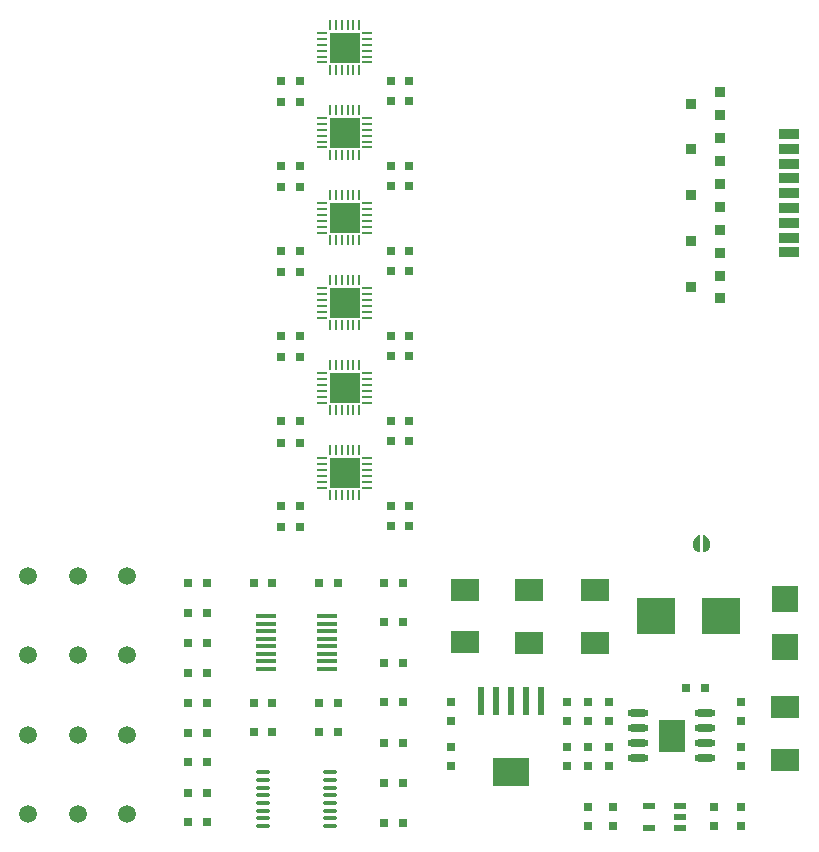
<source format=gbr>
G04*
G04 #@! TF.GenerationSoftware,Altium Limited,Altium Designer,24.1.2 (44)*
G04*
G04 Layer_Color=8421504*
%FSLAX44Y44*%
%MOMM*%
G71*
G04*
G04 #@! TF.SameCoordinates,547FC346-5DB1-4F5D-A62A-A18CB5EC7F78*
G04*
G04*
G04 #@! TF.FilePolarity,Positive*
G04*
G01*
G75*
%ADD21R,3.3000X3.1500*%
%ADD22C,1.5000*%
%ADD23R,0.7000X0.8000*%
%ADD24O,1.8000X0.6000*%
%ADD25R,2.3000X2.8000*%
%ADD26R,2.3622X1.8796*%
%ADD27R,2.3000X2.2860*%
%ADD28R,3.1725X2.3455*%
%ADD29R,0.6325X2.3455*%
%ADD30O,1.3000X0.3500*%
%ADD31R,1.8000X0.4000*%
%ADD32R,0.9500X0.9000*%
%ADD33R,0.8000X0.7000*%
%ADD34R,2.5000X2.5000*%
%ADD35R,0.2540X0.8048*%
%ADD36R,0.8048X0.2540*%
%ADD37R,1.0000X0.6000*%
%ADD38R,1.7018X0.8128*%
G36*
X386600Y716000D02*
X375350D01*
Y727250D01*
X386600D01*
Y716000D01*
D02*
G37*
G36*
X373350D02*
X362100D01*
Y727250D01*
X373350D01*
Y716000D01*
D02*
G37*
G36*
X386600Y702750D02*
X375350D01*
Y714000D01*
X386600D01*
Y702750D01*
D02*
G37*
G36*
X373350D02*
X362100D01*
Y714000D01*
X373350D01*
Y702750D01*
D02*
G37*
G36*
Y655250D02*
Y644000D01*
X362100D01*
X362100Y655250D01*
X373350Y655250D01*
D02*
G37*
G36*
X386600Y644000D02*
X375350D01*
Y655250D01*
X386600Y655250D01*
X386600Y644000D01*
D02*
G37*
G36*
X373350Y630750D02*
X362100Y630750D01*
X362100Y642000D01*
X373350D01*
Y630750D01*
D02*
G37*
G36*
X386600Y630750D02*
X375350Y630750D01*
Y642000D01*
X386600D01*
X386600Y630750D01*
D02*
G37*
G36*
Y572000D02*
X375350D01*
Y583250D01*
X386600D01*
Y572000D01*
D02*
G37*
G36*
X373350D02*
X362100D01*
Y583250D01*
X373350D01*
Y572000D01*
D02*
G37*
G36*
X386600Y558750D02*
X375350D01*
Y570000D01*
X386600D01*
Y558750D01*
D02*
G37*
G36*
X373350D02*
X362100D01*
Y570000D01*
X373350D01*
Y558750D01*
D02*
G37*
G36*
X386600Y500000D02*
X375350D01*
Y511250D01*
X386600D01*
Y500000D01*
D02*
G37*
G36*
X373350D02*
X362100D01*
Y511250D01*
X373350D01*
Y500000D01*
D02*
G37*
G36*
X386600Y486750D02*
X375350D01*
Y498000D01*
X386600D01*
Y486750D01*
D02*
G37*
G36*
X373350D02*
X362100D01*
Y498000D01*
X373350D01*
Y486750D01*
D02*
G37*
G36*
X386600Y428000D02*
X375350D01*
Y439250D01*
X386600D01*
Y428000D01*
D02*
G37*
G36*
X373350D02*
X362100D01*
Y439250D01*
X373350D01*
Y428000D01*
D02*
G37*
G36*
X386600Y414750D02*
X375350D01*
Y426000D01*
X386600D01*
Y414750D01*
D02*
G37*
G36*
X373350D02*
X362100D01*
Y426000D01*
X373350D01*
Y414750D01*
D02*
G37*
G36*
X386600Y356000D02*
X375350D01*
Y367250D01*
X386600D01*
Y356000D01*
D02*
G37*
G36*
X373350D02*
X362100D01*
Y367250D01*
X373350D01*
Y356000D01*
D02*
G37*
G36*
X386600Y342750D02*
X375350D01*
Y354000D01*
X386600D01*
Y342750D01*
D02*
G37*
G36*
X373350D02*
X362100D01*
Y354000D01*
X373350D01*
Y342750D01*
D02*
G37*
G36*
X678299Y302295D02*
X679296Y301971D01*
X680239Y301511D01*
X681109Y300924D01*
X681888Y300223D01*
X682562Y299419D01*
X683118Y298530D01*
X683545Y297571D01*
X683834Y296563D01*
X683980Y295524D01*
Y294476D01*
X683834Y293437D01*
X683545Y292429D01*
X683118Y291470D01*
X682562Y290581D01*
X681888Y289777D01*
X681109Y289076D01*
X680239Y288489D01*
X679296Y288029D01*
X678299Y287705D01*
X677782Y287614D01*
X677782D01*
X677782Y302386D01*
X678299Y302295D01*
D02*
G37*
G36*
X675178Y287614D02*
X674661Y287705D01*
X673663Y288029D01*
X672721Y288489D01*
X671851Y289076D01*
X671072Y289777D01*
X670397Y290581D01*
X669842Y291470D01*
X669415Y292429D01*
X669126Y293437D01*
X668980Y294476D01*
Y295524D01*
X669126Y296563D01*
X669415Y297571D01*
X669842Y298530D01*
X670397Y299419D01*
X671072Y300223D01*
X671851Y300924D01*
X672721Y301511D01*
X673663Y301971D01*
X674661Y302295D01*
X675178Y302386D01*
X675178D01*
X675178Y287614D01*
D02*
G37*
D21*
X692980Y233680D02*
D03*
X637980D02*
D03*
D22*
X106600Y267627D02*
D03*
X148510Y267627D02*
D03*
X190420D02*
D03*
Y200373D02*
D03*
X148510D02*
D03*
X106600D02*
D03*
Y65866D02*
D03*
X148510D02*
D03*
X190420D02*
D03*
Y133120D02*
D03*
X148510D02*
D03*
X106600D02*
D03*
D23*
X336458Y309184D02*
D03*
X320458D02*
D03*
X663560Y172720D02*
D03*
X679560D02*
D03*
X368487Y135341D02*
D03*
X352487D02*
D03*
X313218D02*
D03*
X297218D02*
D03*
X297219Y261377D02*
D03*
X313219D02*
D03*
X368488D02*
D03*
X352488D02*
D03*
X313218Y160548D02*
D03*
X297218D02*
D03*
X352488D02*
D03*
X368488D02*
D03*
X423756Y228517D02*
D03*
X407756D02*
D03*
X407758Y160998D02*
D03*
X423758D02*
D03*
X407757Y193858D02*
D03*
X423757D02*
D03*
X423757Y261377D02*
D03*
X407757D02*
D03*
X423757Y126339D02*
D03*
X407757D02*
D03*
X423757Y58820D02*
D03*
X407757D02*
D03*
X423757Y92579D02*
D03*
X407757D02*
D03*
X257948Y160548D02*
D03*
X241948D02*
D03*
X257948Y185755D02*
D03*
X241948D02*
D03*
X257948Y210963D02*
D03*
X241948D02*
D03*
X241950Y236170D02*
D03*
X257950D02*
D03*
X257948Y261377D02*
D03*
X241948D02*
D03*
X257950Y110134D02*
D03*
X241950D02*
D03*
X257948Y59720D02*
D03*
X241948D02*
D03*
X257948Y134441D02*
D03*
X241948D02*
D03*
X241949Y84027D02*
D03*
X257949D02*
D03*
X413244Y470816D02*
D03*
X429244D02*
D03*
X413244Y686816D02*
D03*
X429244D02*
D03*
X429242Y669584D02*
D03*
X413242D02*
D03*
X413244Y614816D02*
D03*
X429244D02*
D03*
X429242Y597584D02*
D03*
X413242D02*
D03*
X413244Y542816D02*
D03*
X429244D02*
D03*
X429242Y525584D02*
D03*
X413242D02*
D03*
X429242Y453584D02*
D03*
X413242D02*
D03*
X413244Y398816D02*
D03*
X429244D02*
D03*
X429242Y381584D02*
D03*
X413242D02*
D03*
Y326814D02*
D03*
X429242D02*
D03*
Y309584D02*
D03*
X413242D02*
D03*
X320458Y614816D02*
D03*
X336458D02*
D03*
X320458Y668684D02*
D03*
X336458D02*
D03*
X320458Y542816D02*
D03*
X336458D02*
D03*
X320458Y596684D02*
D03*
X336458D02*
D03*
X320458Y524684D02*
D03*
X336458D02*
D03*
Y452684D02*
D03*
X320458D02*
D03*
Y380684D02*
D03*
X336458D02*
D03*
Y470816D02*
D03*
X320458D02*
D03*
Y398816D02*
D03*
X336458D02*
D03*
X320460Y326814D02*
D03*
X336460D02*
D03*
X320458Y686816D02*
D03*
X336458D02*
D03*
D24*
X623060Y151384D02*
D03*
Y138684D02*
D03*
Y125984D02*
D03*
Y113284D02*
D03*
X679560Y151384D02*
D03*
Y138684D02*
D03*
Y125984D02*
D03*
Y113284D02*
D03*
D25*
X651310Y132334D02*
D03*
D26*
X586740Y256032D02*
D03*
Y211328D02*
D03*
X476120Y256151D02*
D03*
Y211447D02*
D03*
X747061Y111760D02*
D03*
Y156464D02*
D03*
X530860Y211328D02*
D03*
Y256032D02*
D03*
D27*
X747061Y247957D02*
D03*
Y207957D02*
D03*
D28*
X515620Y101977D02*
D03*
D29*
X490220Y162183D02*
D03*
X502920D02*
D03*
X515620D02*
D03*
X528320D02*
D03*
X541020D02*
D03*
D30*
X305203Y101470D02*
D03*
Y94970D02*
D03*
Y88470D02*
D03*
Y81970D02*
D03*
Y75470D02*
D03*
Y68970D02*
D03*
Y62470D02*
D03*
Y55970D02*
D03*
X362203Y101470D02*
D03*
Y94970D02*
D03*
Y88470D02*
D03*
Y81970D02*
D03*
Y75470D02*
D03*
Y68970D02*
D03*
Y62470D02*
D03*
Y55970D02*
D03*
D31*
X359230Y233637D02*
D03*
Y227287D02*
D03*
Y220937D02*
D03*
Y214587D02*
D03*
Y208237D02*
D03*
Y201887D02*
D03*
Y195537D02*
D03*
Y189187D02*
D03*
X308176D02*
D03*
Y195537D02*
D03*
Y201887D02*
D03*
Y208237D02*
D03*
Y214587D02*
D03*
Y220937D02*
D03*
Y227287D02*
D03*
Y233637D02*
D03*
D32*
X692484Y541536D02*
D03*
X667484Y551036D02*
D03*
X692484Y560536D02*
D03*
Y502644D02*
D03*
X667484Y512144D02*
D03*
X692484Y521644D02*
D03*
Y580428D02*
D03*
X667484Y589928D02*
D03*
X692484Y599428D02*
D03*
Y619320D02*
D03*
X667484Y628820D02*
D03*
X692484Y638320D02*
D03*
Y677211D02*
D03*
X667484Y667711D02*
D03*
X692484Y658211D02*
D03*
D33*
X597970Y123054D02*
D03*
Y107054D02*
D03*
Y161170D02*
D03*
Y145170D02*
D03*
X562469Y107054D02*
D03*
Y123054D02*
D03*
X464820Y107054D02*
D03*
Y123054D02*
D03*
Y145169D02*
D03*
Y161169D02*
D03*
X562469Y145169D02*
D03*
Y161169D02*
D03*
X580670Y107054D02*
D03*
Y123054D02*
D03*
X709740Y107053D02*
D03*
Y123053D02*
D03*
X580670Y145170D02*
D03*
Y161170D02*
D03*
X709740Y145169D02*
D03*
Y161169D02*
D03*
X709740Y71671D02*
D03*
Y55671D02*
D03*
X687080D02*
D03*
Y71671D02*
D03*
X580670D02*
D03*
Y55671D02*
D03*
X601970Y71671D02*
D03*
Y55671D02*
D03*
D34*
X374350Y643000D02*
D03*
Y715000D02*
D03*
Y571000D02*
D03*
Y499000D02*
D03*
Y427000D02*
D03*
Y355000D02*
D03*
D35*
X386850Y623976D02*
D03*
X381850Y623976D02*
D03*
X376850D02*
D03*
X371850D02*
D03*
X366850D02*
D03*
X361850D02*
D03*
Y662024D02*
D03*
X366850Y662024D02*
D03*
X371850D02*
D03*
X376850D02*
D03*
X381850D02*
D03*
X386850D02*
D03*
Y734024D02*
D03*
X381850D02*
D03*
X376850D02*
D03*
X371850D02*
D03*
X366850D02*
D03*
X361850D02*
D03*
Y695976D02*
D03*
X366850D02*
D03*
X371850D02*
D03*
X376850D02*
D03*
X381850D02*
D03*
X386850D02*
D03*
Y590024D02*
D03*
X381850D02*
D03*
X376850D02*
D03*
X371850D02*
D03*
X366850D02*
D03*
X361850D02*
D03*
Y551976D02*
D03*
X366850D02*
D03*
X371850D02*
D03*
X376850D02*
D03*
X381850D02*
D03*
X386850D02*
D03*
Y518024D02*
D03*
X381850D02*
D03*
X376850D02*
D03*
X371850D02*
D03*
X366850D02*
D03*
X361850D02*
D03*
Y479976D02*
D03*
X366850D02*
D03*
X371850D02*
D03*
X376850D02*
D03*
X381850D02*
D03*
X386850D02*
D03*
Y446024D02*
D03*
X381850D02*
D03*
X376850D02*
D03*
X371850D02*
D03*
X366850D02*
D03*
X361850D02*
D03*
Y407976D02*
D03*
X366850D02*
D03*
X371850D02*
D03*
X376850D02*
D03*
X381850D02*
D03*
X386850D02*
D03*
Y374024D02*
D03*
X381850D02*
D03*
X376850D02*
D03*
X371850D02*
D03*
X366850D02*
D03*
X361850D02*
D03*
Y335976D02*
D03*
X366850D02*
D03*
X371850D02*
D03*
X376850D02*
D03*
X381850D02*
D03*
X386850D02*
D03*
D36*
X355326Y630500D02*
D03*
X355326Y635500D02*
D03*
Y640500D02*
D03*
Y645500D02*
D03*
Y650500D02*
D03*
Y655500D02*
D03*
X393374D02*
D03*
X393374Y650500D02*
D03*
Y645500D02*
D03*
Y640500D02*
D03*
Y635500D02*
D03*
Y630500D02*
D03*
Y702500D02*
D03*
Y707500D02*
D03*
Y712500D02*
D03*
Y717500D02*
D03*
Y722500D02*
D03*
Y727500D02*
D03*
X355326D02*
D03*
Y722500D02*
D03*
Y717500D02*
D03*
Y712500D02*
D03*
Y707500D02*
D03*
Y702500D02*
D03*
X393374Y558500D02*
D03*
Y563500D02*
D03*
Y568500D02*
D03*
Y573500D02*
D03*
Y578500D02*
D03*
Y583500D02*
D03*
X355326D02*
D03*
Y578500D02*
D03*
Y573500D02*
D03*
Y568500D02*
D03*
Y563500D02*
D03*
Y558500D02*
D03*
X393374Y486500D02*
D03*
Y491500D02*
D03*
Y496500D02*
D03*
Y501500D02*
D03*
Y506500D02*
D03*
Y511500D02*
D03*
X355326D02*
D03*
Y506500D02*
D03*
Y501500D02*
D03*
Y496500D02*
D03*
Y491500D02*
D03*
Y486500D02*
D03*
X393374Y414500D02*
D03*
Y419500D02*
D03*
Y424500D02*
D03*
Y429500D02*
D03*
Y434500D02*
D03*
Y439500D02*
D03*
X355326D02*
D03*
Y434500D02*
D03*
Y429500D02*
D03*
Y424500D02*
D03*
Y419500D02*
D03*
Y414500D02*
D03*
X393374Y342500D02*
D03*
Y347500D02*
D03*
Y352500D02*
D03*
Y357500D02*
D03*
Y362500D02*
D03*
Y367500D02*
D03*
X355326D02*
D03*
Y362500D02*
D03*
Y357500D02*
D03*
Y352500D02*
D03*
Y347500D02*
D03*
Y342500D02*
D03*
D37*
X632410Y54171D02*
D03*
Y73171D02*
D03*
X657910D02*
D03*
Y63671D02*
D03*
Y54171D02*
D03*
D38*
X750955Y641752D02*
D03*
Y629252D02*
D03*
Y616752D02*
D03*
Y604252D02*
D03*
Y591752D02*
D03*
Y579252D02*
D03*
Y566752D02*
D03*
Y554252D02*
D03*
Y541752D02*
D03*
M02*

</source>
